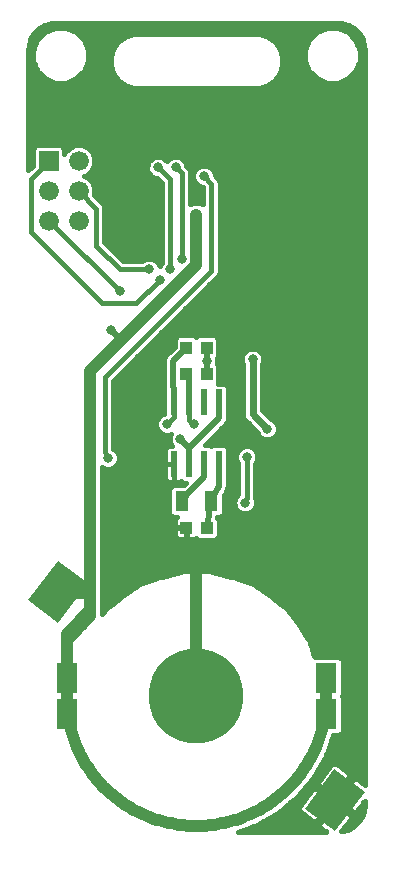
<source format=gbl>
G75*
%MOIN*%
%OFA0B0*%
%FSLAX25Y25*%
%IPPOS*%
%LPD*%
%AMOC8*
5,1,8,0,0,1.08239X$1,22.5*
%
%ADD10R,0.07000X0.10000*%
%ADD11C,0.31496*%
%ADD12R,0.06600X0.06600*%
%ADD13C,0.06600*%
%ADD14R,0.12598X0.16535*%
%ADD15R,0.04331X0.06693*%
%ADD16R,0.04331X0.03937*%
%ADD17R,0.03937X0.04331*%
%ADD18R,0.02362X0.08661*%
%ADD19C,0.01600*%
%ADD20C,0.03169*%
%ADD21C,0.04000*%
%ADD22C,0.02400*%
%ADD23C,0.02000*%
%ADD24C,0.03562*%
%ADD25C,0.03200*%
D10*
X0036122Y0069492D03*
X0036122Y0081697D03*
X0122737Y0081697D03*
X0122737Y0069492D03*
D11*
X0079430Y0075594D03*
D12*
X0030138Y0253902D03*
D13*
X0030138Y0243902D03*
X0030138Y0233902D03*
X0040138Y0233902D03*
X0040138Y0243902D03*
X0040138Y0253902D03*
D14*
G36*
X0033422Y0099912D02*
X0023362Y0107494D01*
X0033312Y0120698D01*
X0043372Y0113116D01*
X0033422Y0099912D01*
G37*
G36*
X0125548Y0030491D02*
X0115488Y0038073D01*
X0125438Y0051277D01*
X0135498Y0043695D01*
X0125548Y0030491D01*
G37*
D15*
X0084351Y0140555D03*
X0074508Y0140555D03*
D16*
X0076083Y0131697D03*
X0082776Y0131697D03*
D17*
X0082776Y0182878D03*
X0082776Y0191736D03*
X0076083Y0191736D03*
X0076083Y0182878D03*
D18*
X0076930Y0173429D03*
X0081930Y0173429D03*
X0086930Y0173429D03*
X0086930Y0152957D03*
X0081930Y0152957D03*
X0076930Y0152957D03*
X0071930Y0152957D03*
X0071930Y0173429D03*
D19*
X0072048Y0168606D01*
X0069587Y0166146D01*
X0070806Y0162792D02*
X0070451Y0161934D01*
X0070451Y0160515D01*
X0070994Y0159205D01*
X0071111Y0159087D01*
X0070511Y0159087D01*
X0070054Y0158965D01*
X0069643Y0158728D01*
X0069308Y0158393D01*
X0069071Y0157982D01*
X0068948Y0157524D01*
X0068948Y0152957D01*
X0071929Y0152957D01*
X0071929Y0152957D01*
X0068948Y0152957D01*
X0068948Y0148389D01*
X0069071Y0147931D01*
X0069308Y0147521D01*
X0069643Y0147186D01*
X0070054Y0146949D01*
X0070511Y0146826D01*
X0071929Y0146826D01*
X0071929Y0152957D01*
X0071930Y0152957D01*
X0071930Y0146826D01*
X0073348Y0146826D01*
X0073805Y0146949D01*
X0074216Y0147186D01*
X0074301Y0147271D01*
X0074928Y0146645D01*
X0075890Y0146645D01*
X0075182Y0145937D01*
X0075079Y0145883D01*
X0071522Y0145883D01*
X0070362Y0144722D01*
X0070362Y0136388D01*
X0071522Y0135228D01*
X0073024Y0135228D01*
X0072813Y0135106D01*
X0072477Y0134771D01*
X0072240Y0134360D01*
X0072118Y0133902D01*
X0072118Y0131881D01*
X0075899Y0131881D01*
X0075899Y0131513D01*
X0072118Y0131513D01*
X0072118Y0129491D01*
X0072240Y0129034D01*
X0072477Y0128623D01*
X0072813Y0128288D01*
X0073223Y0128051D01*
X0073681Y0127928D01*
X0075899Y0127928D01*
X0075899Y0131513D01*
X0076267Y0131513D01*
X0076267Y0127928D01*
X0078485Y0127928D01*
X0078943Y0128051D01*
X0079288Y0128250D01*
X0079790Y0127747D01*
X0085762Y0127747D01*
X0086922Y0128908D01*
X0086922Y0134486D01*
X0086394Y0135015D01*
X0086432Y0135228D01*
X0087337Y0135228D01*
X0088497Y0136388D01*
X0088497Y0142182D01*
X0089261Y0143710D01*
X0089339Y0143788D01*
X0089525Y0144238D01*
X0089743Y0144674D01*
X0089751Y0144783D01*
X0089793Y0144883D01*
X0089793Y0145371D01*
X0089827Y0145857D01*
X0089793Y0145960D01*
X0089793Y0147506D01*
X0090092Y0147805D01*
X0090092Y0158108D01*
X0088931Y0159268D01*
X0084928Y0159268D01*
X0084430Y0158770D01*
X0083931Y0159268D01*
X0082182Y0159268D01*
X0088896Y0165983D01*
X0089301Y0166370D01*
X0089314Y0166401D01*
X0089339Y0166426D01*
X0089553Y0166943D01*
X0089779Y0167455D01*
X0089779Y0167489D01*
X0089793Y0167521D01*
X0089793Y0167979D01*
X0090092Y0168278D01*
X0090092Y0178580D01*
X0088931Y0179741D01*
X0086575Y0179741D01*
X0086726Y0179892D01*
X0086726Y0185864D01*
X0086309Y0186281D01*
X0086440Y0186598D01*
X0086440Y0188016D01*
X0086309Y0188333D01*
X0086726Y0188750D01*
X0086726Y0194722D01*
X0085565Y0195883D01*
X0079987Y0195883D01*
X0079430Y0195325D01*
X0078872Y0195883D01*
X0073294Y0195883D01*
X0072133Y0194722D01*
X0072133Y0192043D01*
X0069883Y0189841D01*
X0069867Y0189834D01*
X0069459Y0189426D01*
X0069047Y0189023D01*
X0069040Y0189008D01*
X0069028Y0188996D01*
X0068808Y0188463D01*
X0068581Y0187933D01*
X0068581Y0187916D01*
X0068574Y0187900D01*
X0068574Y0187324D01*
X0068568Y0186747D01*
X0068574Y0186731D01*
X0068574Y0179425D01*
X0068540Y0179321D01*
X0068574Y0178835D01*
X0068574Y0178348D01*
X0068616Y0178247D01*
X0068624Y0178138D01*
X0068767Y0177851D01*
X0068767Y0169665D01*
X0067567Y0169168D01*
X0066564Y0168165D01*
X0066022Y0166855D01*
X0066022Y0165436D01*
X0066564Y0164126D01*
X0067567Y0163123D01*
X0068878Y0162580D01*
X0070296Y0162580D01*
X0070806Y0162792D01*
X0070451Y0161641D02*
X0051699Y0161641D01*
X0051699Y0160043D02*
X0070647Y0160043D01*
X0069360Y0158444D02*
X0051699Y0158444D01*
X0051699Y0157942D02*
X0051699Y0180742D01*
X0085926Y0214969D01*
X0085926Y0214969D01*
X0086708Y0215751D01*
X0087132Y0216774D01*
X0087132Y0246915D01*
X0086708Y0247938D01*
X0085926Y0248720D01*
X0085456Y0249191D01*
X0085456Y0249532D01*
X0084913Y0250842D01*
X0083910Y0251845D01*
X0082599Y0252388D01*
X0081181Y0252388D01*
X0079871Y0251845D01*
X0078868Y0250842D01*
X0078325Y0249532D01*
X0078325Y0248114D01*
X0078868Y0246803D01*
X0079871Y0245800D01*
X0081181Y0245257D01*
X0081522Y0245257D01*
X0081570Y0245210D01*
X0081570Y0239450D01*
X0080221Y0240009D01*
X0078638Y0240009D01*
X0077289Y0239450D01*
X0077289Y0250360D01*
X0076866Y0251382D01*
X0076105Y0252143D01*
X0076105Y0252485D01*
X0075562Y0253795D01*
X0074559Y0254798D01*
X0073249Y0255341D01*
X0071831Y0255341D01*
X0070520Y0254798D01*
X0069587Y0253865D01*
X0068654Y0254798D01*
X0067343Y0255341D01*
X0065925Y0255341D01*
X0064615Y0254798D01*
X0063612Y0253795D01*
X0063069Y0252485D01*
X0063069Y0251066D01*
X0063612Y0249756D01*
X0064615Y0248753D01*
X0065925Y0248210D01*
X0066267Y0248210D01*
X0067790Y0246687D01*
X0067790Y0220080D01*
X0067549Y0219838D01*
X0067126Y0218819D01*
X0066704Y0219838D01*
X0065701Y0220841D01*
X0064391Y0221384D01*
X0062972Y0221384D01*
X0061662Y0220841D01*
X0061420Y0220600D01*
X0054991Y0220600D01*
X0048746Y0226845D01*
X0048746Y0237987D01*
X0048750Y0238531D01*
X0048746Y0238540D01*
X0048746Y0238549D01*
X0048538Y0239052D01*
X0048333Y0239556D01*
X0048326Y0239562D01*
X0048323Y0239571D01*
X0047938Y0239956D01*
X0045319Y0242610D01*
X0045419Y0242851D01*
X0045419Y0244952D01*
X0044615Y0246893D01*
X0043130Y0248379D01*
X0041867Y0248902D01*
X0043130Y0249424D01*
X0044615Y0250910D01*
X0045419Y0252851D01*
X0045419Y0254952D01*
X0044615Y0256893D01*
X0043130Y0258379D01*
X0041189Y0259183D01*
X0039088Y0259183D01*
X0037147Y0258379D01*
X0035661Y0256893D01*
X0035419Y0256309D01*
X0035419Y0258022D01*
X0034259Y0259183D01*
X0026018Y0259183D01*
X0024857Y0258022D01*
X0024857Y0252420D01*
X0023371Y0250874D01*
X0023371Y0291146D01*
X0023447Y0292296D01*
X0024042Y0294519D01*
X0025193Y0296511D01*
X0026820Y0298138D01*
X0028812Y0299289D01*
X0031035Y0299884D01*
X0032185Y0299960D01*
X0126674Y0299960D01*
X0127824Y0299884D01*
X0130047Y0299289D01*
X0132039Y0298138D01*
X0133666Y0296511D01*
X0134817Y0294519D01*
X0135412Y0292296D01*
X0135488Y0291146D01*
X0135488Y0045958D01*
X0132190Y0048442D01*
X0126613Y0041041D01*
X0125335Y0042004D01*
X0124372Y0040726D01*
X0118543Y0045119D01*
X0113906Y0038966D01*
X0113728Y0038526D01*
X0113671Y0038056D01*
X0113737Y0037586D01*
X0113922Y0037150D01*
X0114214Y0036777D01*
X0118795Y0033324D01*
X0124372Y0040726D01*
X0125650Y0039763D01*
X0120073Y0032362D01*
X0122725Y0030363D01*
X0093418Y0030363D01*
X0099491Y0032573D01*
X0106657Y0036710D01*
X0106657Y0036710D01*
X0112995Y0042029D01*
X0112995Y0042029D01*
X0118314Y0048367D01*
X0122451Y0055533D01*
X0124991Y0062511D01*
X0127057Y0062511D01*
X0128218Y0063672D01*
X0128218Y0075313D01*
X0127936Y0075594D01*
X0128218Y0075876D01*
X0128218Y0087517D01*
X0127057Y0088678D01*
X0118813Y0088678D01*
X0118771Y0088843D01*
X0118687Y0088894D01*
X0117167Y0093454D01*
X0117232Y0093780D01*
X0116885Y0094300D01*
X0116687Y0094893D01*
X0116390Y0095042D01*
X0113225Y0099789D01*
X0113238Y0099914D01*
X0112721Y0100545D01*
X0112269Y0101223D01*
X0112147Y0101248D01*
X0109535Y0104439D01*
X0109510Y0104689D01*
X0108968Y0105133D01*
X0108524Y0105675D01*
X0108274Y0105700D01*
X0105083Y0108311D01*
X0105058Y0108434D01*
X0104380Y0108886D01*
X0103749Y0109403D01*
X0103624Y0109390D01*
X0098877Y0112555D01*
X0098728Y0112852D01*
X0098135Y0113050D01*
X0097615Y0113397D01*
X0097290Y0113332D01*
X0092729Y0114852D01*
X0092678Y0114936D01*
X0091865Y0115140D01*
X0091069Y0115405D01*
X0090981Y0115361D01*
X0084507Y0116979D01*
X0084291Y0117196D01*
X0083641Y0117196D01*
X0083011Y0117353D01*
X0082749Y0117196D01*
X0076111Y0117196D01*
X0075848Y0117353D01*
X0075218Y0117196D01*
X0074568Y0117196D01*
X0074352Y0116979D01*
X0067878Y0115361D01*
X0067790Y0115405D01*
X0066994Y0115140D01*
X0066181Y0114936D01*
X0066130Y0114852D01*
X0061570Y0113332D01*
X0061244Y0113397D01*
X0060724Y0113050D01*
X0060131Y0112852D01*
X0059982Y0112555D01*
X0055235Y0109390D01*
X0055110Y0109403D01*
X0054479Y0108886D01*
X0053801Y0108434D01*
X0053776Y0108311D01*
X0050585Y0105700D01*
X0050335Y0105675D01*
X0049891Y0105133D01*
X0049349Y0104689D01*
X0049324Y0104439D01*
X0048004Y0102826D01*
X0047978Y0103270D01*
X0047978Y0109994D01*
X0047996Y0110737D01*
X0047978Y0110784D01*
X0047978Y0151765D01*
X0049193Y0151261D01*
X0050611Y0151261D01*
X0051922Y0151804D01*
X0052925Y0152807D01*
X0053467Y0154118D01*
X0053467Y0155536D01*
X0052925Y0156846D01*
X0068948Y0156846D01*
X0068948Y0155247D02*
X0053467Y0155247D01*
X0053273Y0153649D02*
X0068948Y0153649D01*
X0068948Y0152050D02*
X0052167Y0152050D01*
X0049902Y0154827D02*
X0048918Y0156795D01*
X0048918Y0181894D01*
X0084351Y0217327D01*
X0084351Y0246362D01*
X0081890Y0248823D01*
X0081570Y0244764D02*
X0077289Y0244764D01*
X0077289Y0246362D02*
X0079309Y0246362D01*
X0078388Y0247961D02*
X0077289Y0247961D01*
X0077289Y0249559D02*
X0078336Y0249559D01*
X0079183Y0251158D02*
X0076959Y0251158D01*
X0075993Y0252756D02*
X0135488Y0252756D01*
X0135488Y0251158D02*
X0084597Y0251158D01*
X0085444Y0249559D02*
X0135488Y0249559D01*
X0135488Y0247961D02*
X0086685Y0247961D01*
X0087132Y0246362D02*
X0135488Y0246362D01*
X0135488Y0244764D02*
X0087132Y0244764D01*
X0087132Y0243165D02*
X0135488Y0243165D01*
X0135488Y0241567D02*
X0087132Y0241567D01*
X0087132Y0239968D02*
X0135488Y0239968D01*
X0135488Y0238370D02*
X0087132Y0238370D01*
X0087132Y0236771D02*
X0135488Y0236771D01*
X0135488Y0235173D02*
X0087132Y0235173D01*
X0087132Y0233574D02*
X0135488Y0233574D01*
X0135488Y0231976D02*
X0087132Y0231976D01*
X0087132Y0230377D02*
X0135488Y0230377D01*
X0135488Y0228779D02*
X0087132Y0228779D01*
X0087132Y0227180D02*
X0135488Y0227180D01*
X0135488Y0225582D02*
X0087132Y0225582D01*
X0087132Y0223983D02*
X0135488Y0223983D01*
X0135488Y0222385D02*
X0087132Y0222385D01*
X0087132Y0220786D02*
X0135488Y0220786D01*
X0135488Y0219187D02*
X0087132Y0219187D01*
X0087132Y0217589D02*
X0135488Y0217589D01*
X0135488Y0215990D02*
X0086808Y0215990D01*
X0085349Y0214392D02*
X0135488Y0214392D01*
X0135488Y0212793D02*
X0083751Y0212793D01*
X0082152Y0211195D02*
X0135488Y0211195D01*
X0135488Y0209596D02*
X0080554Y0209596D01*
X0078955Y0207998D02*
X0135488Y0207998D01*
X0135488Y0206399D02*
X0077356Y0206399D01*
X0075758Y0204801D02*
X0135488Y0204801D01*
X0135488Y0203202D02*
X0074159Y0203202D01*
X0072561Y0201604D02*
X0135488Y0201604D01*
X0135488Y0200005D02*
X0070962Y0200005D01*
X0069364Y0198407D02*
X0135488Y0198407D01*
X0135488Y0196808D02*
X0067765Y0196808D01*
X0066167Y0195210D02*
X0072621Y0195210D01*
X0072133Y0193611D02*
X0064568Y0193611D01*
X0062970Y0192013D02*
X0072103Y0192013D01*
X0070469Y0190414D02*
X0061371Y0190414D01*
X0059773Y0188816D02*
X0068954Y0188816D01*
X0068573Y0187217D02*
X0058174Y0187217D01*
X0056576Y0185619D02*
X0068574Y0185619D01*
X0068574Y0184020D02*
X0054977Y0184020D01*
X0053379Y0182422D02*
X0068574Y0182422D01*
X0068574Y0180823D02*
X0051780Y0180823D01*
X0051699Y0179225D02*
X0068547Y0179225D01*
X0068767Y0177626D02*
X0051699Y0177626D01*
X0051699Y0176028D02*
X0068767Y0176028D01*
X0068767Y0174429D02*
X0051699Y0174429D01*
X0051699Y0172831D02*
X0068767Y0172831D01*
X0068767Y0171232D02*
X0051699Y0171232D01*
X0051699Y0169634D02*
X0068691Y0169634D01*
X0066511Y0168035D02*
X0051699Y0168035D01*
X0051699Y0166437D02*
X0066022Y0166437D01*
X0066270Y0164838D02*
X0051699Y0164838D01*
X0051699Y0163240D02*
X0067451Y0163240D01*
X0071930Y0173429D02*
X0072048Y0177957D01*
X0076969Y0177465D02*
X0076930Y0173429D01*
X0076969Y0167622D01*
X0078445Y0166146D01*
X0082956Y0160043D02*
X0135488Y0160043D01*
X0135488Y0161641D02*
X0105058Y0161641D01*
X0105071Y0161647D02*
X0106074Y0162650D01*
X0106617Y0163960D01*
X0106617Y0165378D01*
X0106074Y0166689D01*
X0105071Y0167692D01*
X0104144Y0168076D01*
X0101311Y0170908D01*
X0101311Y0186162D01*
X0101696Y0187090D01*
X0101696Y0188508D01*
X0101153Y0189819D01*
X0100150Y0190822D01*
X0098840Y0191365D01*
X0097421Y0191365D01*
X0096111Y0190822D01*
X0095108Y0189819D01*
X0094565Y0188508D01*
X0094565Y0187090D01*
X0094949Y0186162D01*
X0094949Y0168958D01*
X0095434Y0167789D01*
X0096328Y0166894D01*
X0099645Y0163577D01*
X0100029Y0162650D01*
X0101032Y0161647D01*
X0102342Y0161104D01*
X0103761Y0161104D01*
X0105071Y0161647D01*
X0106318Y0163240D02*
X0135488Y0163240D01*
X0135488Y0164838D02*
X0106617Y0164838D01*
X0106179Y0166437D02*
X0135488Y0166437D01*
X0135488Y0168035D02*
X0104242Y0168035D01*
X0102586Y0169634D02*
X0135488Y0169634D01*
X0135488Y0171232D02*
X0101311Y0171232D01*
X0101311Y0172831D02*
X0135488Y0172831D01*
X0135488Y0174429D02*
X0101311Y0174429D01*
X0101311Y0176028D02*
X0135488Y0176028D01*
X0135488Y0177626D02*
X0101311Y0177626D01*
X0101311Y0179225D02*
X0135488Y0179225D01*
X0135488Y0180823D02*
X0101311Y0180823D01*
X0101311Y0182422D02*
X0135488Y0182422D01*
X0135488Y0184020D02*
X0101311Y0184020D01*
X0101311Y0185619D02*
X0135488Y0185619D01*
X0135488Y0187217D02*
X0101696Y0187217D01*
X0101568Y0188816D02*
X0135488Y0188816D01*
X0135488Y0190414D02*
X0100557Y0190414D01*
X0095703Y0190414D02*
X0086726Y0190414D01*
X0086726Y0188816D02*
X0094692Y0188816D01*
X0094565Y0187217D02*
X0086440Y0187217D01*
X0086726Y0185619D02*
X0094949Y0185619D01*
X0094949Y0184020D02*
X0086726Y0184020D01*
X0086726Y0182422D02*
X0094949Y0182422D01*
X0094949Y0180823D02*
X0086726Y0180823D01*
X0089447Y0179225D02*
X0094949Y0179225D01*
X0094949Y0177626D02*
X0090092Y0177626D01*
X0090092Y0176028D02*
X0094949Y0176028D01*
X0094949Y0174429D02*
X0090092Y0174429D01*
X0090092Y0172831D02*
X0094949Y0172831D01*
X0094949Y0171232D02*
X0090092Y0171232D01*
X0090092Y0169634D02*
X0094949Y0169634D01*
X0095331Y0168035D02*
X0089849Y0168035D01*
X0089343Y0166437D02*
X0096785Y0166437D01*
X0098384Y0164838D02*
X0087751Y0164838D01*
X0086153Y0163240D02*
X0099785Y0163240D01*
X0101046Y0161641D02*
X0084554Y0161641D01*
X0089756Y0158444D02*
X0094390Y0158444D01*
X0094142Y0158341D02*
X0093139Y0157338D01*
X0092596Y0156028D01*
X0092596Y0154610D01*
X0093139Y0153299D01*
X0093381Y0153058D01*
X0093381Y0142816D01*
X0092647Y0142083D01*
X0092104Y0140772D01*
X0092104Y0139354D01*
X0092647Y0138043D01*
X0093650Y0137040D01*
X0094960Y0136498D01*
X0096379Y0136498D01*
X0097689Y0137040D01*
X0098692Y0138043D01*
X0099235Y0139354D01*
X0099235Y0140772D01*
X0098957Y0141444D01*
X0098943Y0141638D01*
X0098943Y0153058D01*
X0099184Y0153299D01*
X0099727Y0154610D01*
X0099727Y0156028D01*
X0099184Y0157338D01*
X0098181Y0158341D01*
X0096871Y0158884D01*
X0095453Y0158884D01*
X0094142Y0158341D01*
X0092935Y0156846D02*
X0090092Y0156846D01*
X0090092Y0155247D02*
X0092596Y0155247D01*
X0092995Y0153649D02*
X0090092Y0153649D01*
X0090092Y0152050D02*
X0093381Y0152050D01*
X0093381Y0150452D02*
X0090092Y0150452D01*
X0090092Y0148853D02*
X0093381Y0148853D01*
X0093381Y0147254D02*
X0089793Y0147254D01*
X0089813Y0145656D02*
X0093381Y0145656D01*
X0093381Y0144057D02*
X0089450Y0144057D01*
X0088636Y0142459D02*
X0093023Y0142459D01*
X0092141Y0140860D02*
X0088497Y0140860D01*
X0088497Y0139262D02*
X0092142Y0139262D01*
X0093027Y0137663D02*
X0088497Y0137663D01*
X0088174Y0136065D02*
X0135488Y0136065D01*
X0135488Y0137663D02*
X0098312Y0137663D01*
X0099197Y0139262D02*
X0135488Y0139262D01*
X0135488Y0140860D02*
X0099198Y0140860D01*
X0098943Y0142459D02*
X0135488Y0142459D01*
X0135488Y0144057D02*
X0098943Y0144057D01*
X0098943Y0145656D02*
X0135488Y0145656D01*
X0135488Y0147254D02*
X0098943Y0147254D01*
X0098943Y0148853D02*
X0135488Y0148853D01*
X0135488Y0150452D02*
X0098943Y0150452D01*
X0098943Y0152050D02*
X0135488Y0152050D01*
X0135488Y0153649D02*
X0099329Y0153649D01*
X0099727Y0155247D02*
X0135488Y0155247D01*
X0135488Y0156846D02*
X0099389Y0156846D01*
X0097934Y0158444D02*
X0135488Y0158444D01*
X0135488Y0134466D02*
X0086922Y0134466D01*
X0086922Y0132868D02*
X0135488Y0132868D01*
X0135488Y0131269D02*
X0086922Y0131269D01*
X0086922Y0129671D02*
X0135488Y0129671D01*
X0135488Y0128072D02*
X0086087Y0128072D01*
X0079465Y0128072D02*
X0078980Y0128072D01*
X0076267Y0128072D02*
X0075899Y0128072D01*
X0075899Y0129671D02*
X0076267Y0129671D01*
X0076267Y0131269D02*
X0075899Y0131269D01*
X0073186Y0128072D02*
X0047978Y0128072D01*
X0047978Y0126474D02*
X0135488Y0126474D01*
X0135488Y0124875D02*
X0047978Y0124875D01*
X0047978Y0123277D02*
X0135488Y0123277D01*
X0135488Y0121678D02*
X0047978Y0121678D01*
X0047978Y0120080D02*
X0135488Y0120080D01*
X0135488Y0118481D02*
X0047978Y0118481D01*
X0047978Y0116883D02*
X0073966Y0116883D01*
X0067428Y0115284D02*
X0047978Y0115284D01*
X0047978Y0113686D02*
X0062632Y0113686D01*
X0059280Y0112087D02*
X0047978Y0112087D01*
X0047990Y0110489D02*
X0056883Y0110489D01*
X0054484Y0108890D02*
X0047978Y0108890D01*
X0047978Y0107292D02*
X0052530Y0107292D01*
X0050514Y0105693D02*
X0047978Y0105693D01*
X0047978Y0104095D02*
X0049042Y0104095D01*
X0047978Y0129671D02*
X0072118Y0129671D01*
X0072118Y0131269D02*
X0047978Y0131269D01*
X0047978Y0132868D02*
X0072118Y0132868D01*
X0072302Y0134466D02*
X0047978Y0134466D01*
X0047978Y0136065D02*
X0070685Y0136065D01*
X0070362Y0137663D02*
X0047978Y0137663D01*
X0047978Y0139262D02*
X0070362Y0139262D01*
X0070362Y0140860D02*
X0047978Y0140860D01*
X0047978Y0142459D02*
X0070362Y0142459D01*
X0070362Y0144057D02*
X0047978Y0144057D01*
X0047978Y0145656D02*
X0071296Y0145656D01*
X0071929Y0147254D02*
X0071930Y0147254D01*
X0071929Y0148853D02*
X0071930Y0148853D01*
X0071929Y0150452D02*
X0071930Y0150452D01*
X0071929Y0152050D02*
X0071930Y0152050D01*
X0074285Y0147254D02*
X0074318Y0147254D01*
X0076930Y0152957D02*
X0076969Y0154335D01*
X0068948Y0150452D02*
X0047978Y0150452D01*
X0047978Y0148853D02*
X0068948Y0148853D01*
X0069574Y0147254D02*
X0047978Y0147254D01*
X0052925Y0156846D02*
X0051922Y0157849D01*
X0051699Y0157942D01*
X0047933Y0206500D02*
X0059252Y0206500D01*
X0067126Y0214374D01*
X0066974Y0219187D02*
X0067279Y0219187D01*
X0067790Y0220786D02*
X0065757Y0220786D01*
X0067790Y0222385D02*
X0053206Y0222385D01*
X0051608Y0223983D02*
X0067790Y0223983D01*
X0067790Y0225582D02*
X0050009Y0225582D01*
X0048746Y0227180D02*
X0067790Y0227180D01*
X0067790Y0228779D02*
X0048746Y0228779D01*
X0048746Y0230377D02*
X0067790Y0230377D01*
X0067790Y0231976D02*
X0048746Y0231976D01*
X0048746Y0233574D02*
X0067790Y0233574D01*
X0067790Y0235173D02*
X0048746Y0235173D01*
X0048746Y0236771D02*
X0067790Y0236771D01*
X0067790Y0238370D02*
X0048749Y0238370D01*
X0047926Y0239968D02*
X0067790Y0239968D01*
X0067790Y0241567D02*
X0046349Y0241567D01*
X0045419Y0243165D02*
X0067790Y0243165D01*
X0067790Y0244764D02*
X0045419Y0244764D01*
X0044835Y0246362D02*
X0067790Y0246362D01*
X0066516Y0247961D02*
X0043548Y0247961D01*
X0043264Y0249559D02*
X0063808Y0249559D01*
X0063069Y0251158D02*
X0044718Y0251158D01*
X0045380Y0252756D02*
X0063181Y0252756D01*
X0064171Y0254355D02*
X0045419Y0254355D01*
X0045005Y0255953D02*
X0135488Y0255953D01*
X0135488Y0254355D02*
X0075003Y0254355D01*
X0072540Y0251776D02*
X0074508Y0249807D01*
X0074508Y0221264D01*
X0070571Y0217819D02*
X0070571Y0247839D01*
X0066634Y0251776D01*
X0069097Y0254355D02*
X0070077Y0254355D01*
X0077289Y0243165D02*
X0081570Y0243165D01*
X0081570Y0241567D02*
X0077289Y0241567D01*
X0077289Y0239968D02*
X0078540Y0239968D01*
X0080319Y0239968D02*
X0081570Y0239968D01*
X0063682Y0217819D02*
X0053839Y0217819D01*
X0045965Y0225693D01*
X0045965Y0237996D01*
X0040138Y0243902D01*
X0036320Y0257552D02*
X0035419Y0257552D01*
X0034291Y0259150D02*
X0039010Y0259150D01*
X0041267Y0259150D02*
X0135488Y0259150D01*
X0135488Y0257552D02*
X0043957Y0257552D01*
X0035964Y0280078D02*
X0032344Y0280078D01*
X0029000Y0281463D01*
X0026440Y0284023D01*
X0025055Y0287367D01*
X0025055Y0290987D01*
X0026440Y0294331D01*
X0029000Y0296891D01*
X0032344Y0298276D01*
X0035964Y0298276D01*
X0039308Y0296891D01*
X0041868Y0294331D01*
X0043253Y0290987D01*
X0043253Y0287367D01*
X0041868Y0284023D01*
X0039308Y0281463D01*
X0035964Y0280078D01*
X0039374Y0281529D02*
X0052867Y0281529D01*
X0053371Y0280835D02*
X0053371Y0280835D01*
X0053371Y0280835D01*
X0055653Y0279178D01*
X0058334Y0278306D01*
X0100525Y0278306D01*
X0103207Y0279178D01*
X0105488Y0280835D01*
X0105488Y0280835D01*
X0105488Y0280835D01*
X0107146Y0283117D01*
X0108017Y0285799D01*
X0108017Y0288619D01*
X0107146Y0291301D01*
X0105488Y0293582D01*
X0105488Y0293582D01*
X0103207Y0295240D01*
X0103207Y0295240D01*
X0100525Y0296111D01*
X0058334Y0296111D01*
X0055653Y0295240D01*
X0055653Y0295240D01*
X0053371Y0293582D01*
X0051714Y0291301D01*
X0050842Y0288619D01*
X0050842Y0287805D01*
X0050842Y0285799D01*
X0051714Y0283117D01*
X0051714Y0283117D01*
X0053371Y0280835D01*
X0054616Y0279931D02*
X0023371Y0279931D01*
X0023371Y0281529D02*
X0028933Y0281529D01*
X0027335Y0283128D02*
X0023371Y0283128D01*
X0023371Y0284726D02*
X0026149Y0284726D01*
X0025486Y0286325D02*
X0023371Y0286325D01*
X0023371Y0287923D02*
X0025055Y0287923D01*
X0025055Y0289522D02*
X0023371Y0289522D01*
X0023371Y0291121D02*
X0025110Y0291121D01*
X0025772Y0292719D02*
X0023560Y0292719D01*
X0023988Y0294318D02*
X0026434Y0294318D01*
X0024849Y0295916D02*
X0028025Y0295916D01*
X0026196Y0297515D02*
X0030505Y0297515D01*
X0028508Y0299113D02*
X0130351Y0299113D01*
X0129859Y0296891D02*
X0126515Y0298276D01*
X0122895Y0298276D01*
X0119551Y0296891D01*
X0116991Y0294331D01*
X0115606Y0290987D01*
X0115606Y0287367D01*
X0116991Y0284023D01*
X0119551Y0281463D01*
X0122895Y0280078D01*
X0126515Y0280078D01*
X0129859Y0281463D01*
X0132419Y0284023D01*
X0133804Y0287367D01*
X0133804Y0290987D01*
X0132419Y0294331D01*
X0129859Y0296891D01*
X0130834Y0295916D02*
X0134010Y0295916D01*
X0134871Y0294318D02*
X0132425Y0294318D01*
X0133087Y0292719D02*
X0135299Y0292719D01*
X0135488Y0291121D02*
X0133749Y0291121D01*
X0133804Y0289522D02*
X0135488Y0289522D01*
X0135488Y0287923D02*
X0133804Y0287923D01*
X0133373Y0286325D02*
X0135488Y0286325D01*
X0135488Y0284726D02*
X0132710Y0284726D01*
X0131524Y0283128D02*
X0135488Y0283128D01*
X0135488Y0281529D02*
X0129926Y0281529D01*
X0135488Y0279931D02*
X0104243Y0279931D01*
X0103207Y0279178D02*
X0103207Y0279178D01*
X0100605Y0278332D02*
X0135488Y0278332D01*
X0135488Y0276734D02*
X0023371Y0276734D01*
X0023371Y0278332D02*
X0058254Y0278332D01*
X0055653Y0279178D02*
X0055653Y0279178D01*
X0051710Y0283128D02*
X0040973Y0283128D01*
X0042159Y0284726D02*
X0051191Y0284726D01*
X0050842Y0286325D02*
X0042821Y0286325D01*
X0043253Y0287923D02*
X0050842Y0287923D01*
X0051136Y0289522D02*
X0043253Y0289522D01*
X0043198Y0291121D02*
X0051655Y0291121D01*
X0052744Y0292719D02*
X0042536Y0292719D01*
X0041874Y0294318D02*
X0054383Y0294318D01*
X0053371Y0293582D02*
X0053371Y0293582D01*
X0053371Y0293582D01*
X0057734Y0295916D02*
X0040283Y0295916D01*
X0037803Y0297515D02*
X0121056Y0297515D01*
X0118576Y0295916D02*
X0101125Y0295916D01*
X0104476Y0294318D02*
X0116985Y0294318D01*
X0116323Y0292719D02*
X0106115Y0292719D01*
X0105488Y0293582D02*
X0105488Y0293582D01*
X0107146Y0291301D02*
X0107146Y0291301D01*
X0107204Y0291121D02*
X0115661Y0291121D01*
X0115606Y0289522D02*
X0107723Y0289522D01*
X0108017Y0287923D02*
X0115606Y0287923D01*
X0116038Y0286325D02*
X0108017Y0286325D01*
X0107669Y0284726D02*
X0116700Y0284726D01*
X0117886Y0283128D02*
X0107149Y0283128D01*
X0107146Y0283117D02*
X0107146Y0283117D01*
X0105992Y0281529D02*
X0119485Y0281529D01*
X0128354Y0297515D02*
X0132663Y0297515D01*
X0135488Y0275135D02*
X0023371Y0275135D01*
X0023371Y0273537D02*
X0135488Y0273537D01*
X0135488Y0271938D02*
X0023371Y0271938D01*
X0023371Y0270340D02*
X0135488Y0270340D01*
X0135488Y0268741D02*
X0023371Y0268741D01*
X0023371Y0267143D02*
X0135488Y0267143D01*
X0135488Y0265544D02*
X0023371Y0265544D01*
X0023371Y0263946D02*
X0135488Y0263946D01*
X0135488Y0262347D02*
X0023371Y0262347D01*
X0023371Y0260749D02*
X0135488Y0260749D01*
X0135488Y0195210D02*
X0086238Y0195210D01*
X0086726Y0193611D02*
X0135488Y0193611D01*
X0135488Y0192013D02*
X0086726Y0192013D01*
X0096162Y0155319D02*
X0096162Y0141539D01*
X0095670Y0140063D01*
X0084893Y0116883D02*
X0135488Y0116883D01*
X0135488Y0115284D02*
X0091431Y0115284D01*
X0096227Y0113686D02*
X0135488Y0113686D01*
X0135488Y0112087D02*
X0099579Y0112087D01*
X0101976Y0110489D02*
X0135488Y0110489D01*
X0135488Y0108890D02*
X0104375Y0108890D01*
X0106329Y0107292D02*
X0135488Y0107292D01*
X0135488Y0105693D02*
X0108345Y0105693D01*
X0109817Y0104095D02*
X0135488Y0104095D01*
X0135488Y0102496D02*
X0111125Y0102496D01*
X0112486Y0100898D02*
X0135488Y0100898D01*
X0135488Y0099299D02*
X0113552Y0099299D01*
X0114618Y0097701D02*
X0135488Y0097701D01*
X0135488Y0096102D02*
X0115683Y0096102D01*
X0116817Y0094504D02*
X0135488Y0094504D01*
X0135488Y0092905D02*
X0117350Y0092905D01*
X0117883Y0091307D02*
X0135488Y0091307D01*
X0135488Y0089708D02*
X0118415Y0089708D01*
X0127626Y0088110D02*
X0135488Y0088110D01*
X0135488Y0086511D02*
X0128218Y0086511D01*
X0128218Y0084913D02*
X0135488Y0084913D01*
X0135488Y0083314D02*
X0128218Y0083314D01*
X0128218Y0081716D02*
X0135488Y0081716D01*
X0135488Y0080117D02*
X0128218Y0080117D01*
X0128218Y0078519D02*
X0135488Y0078519D01*
X0135488Y0076920D02*
X0128218Y0076920D01*
X0128209Y0075321D02*
X0135488Y0075321D01*
X0135488Y0073723D02*
X0128218Y0073723D01*
X0128218Y0072124D02*
X0135488Y0072124D01*
X0135488Y0070526D02*
X0128218Y0070526D01*
X0128218Y0068927D02*
X0135488Y0068927D01*
X0135488Y0067329D02*
X0128218Y0067329D01*
X0128218Y0065730D02*
X0135488Y0065730D01*
X0135488Y0064132D02*
X0128218Y0064132D01*
X0127080Y0062533D02*
X0135488Y0062533D01*
X0135488Y0060935D02*
X0124417Y0060935D01*
X0123835Y0059336D02*
X0135488Y0059336D01*
X0135488Y0057738D02*
X0123253Y0057738D01*
X0122671Y0056139D02*
X0135488Y0056139D01*
X0135488Y0054541D02*
X0121878Y0054541D01*
X0120955Y0052942D02*
X0124753Y0052942D01*
X0124952Y0053027D02*
X0124516Y0052842D01*
X0124143Y0052550D01*
X0119506Y0046397D01*
X0125335Y0042004D01*
X0130913Y0049405D01*
X0126331Y0052857D01*
X0125892Y0053035D01*
X0125422Y0053093D01*
X0124952Y0053027D01*
X0126122Y0052942D02*
X0135488Y0052942D01*
X0135488Y0051344D02*
X0128340Y0051344D01*
X0129964Y0048147D02*
X0131968Y0048147D01*
X0132583Y0048147D02*
X0135488Y0048147D01*
X0135488Y0049745D02*
X0130461Y0049745D01*
X0130763Y0046548D02*
X0128760Y0046548D01*
X0129558Y0044950D02*
X0127555Y0044950D01*
X0128354Y0043351D02*
X0126350Y0043351D01*
X0125668Y0041753D02*
X0127149Y0041753D01*
X0126613Y0041041D02*
X0132442Y0036648D01*
X0135488Y0040690D01*
X0135488Y0039177D01*
X0135412Y0038027D01*
X0134817Y0035804D01*
X0133666Y0033811D01*
X0132039Y0032184D01*
X0130047Y0031034D01*
X0127824Y0030438D01*
X0127760Y0030434D01*
X0131479Y0035370D01*
X0125650Y0039763D01*
X0126613Y0041041D01*
X0125945Y0040154D02*
X0127790Y0040154D01*
X0127252Y0038556D02*
X0129911Y0038556D01*
X0129374Y0036957D02*
X0132032Y0036957D01*
X0132675Y0036957D02*
X0135126Y0036957D01*
X0135447Y0038556D02*
X0133880Y0038556D01*
X0135084Y0040154D02*
X0135488Y0040154D01*
X0134560Y0035359D02*
X0131471Y0035359D01*
X0130266Y0033760D02*
X0133615Y0033760D01*
X0132000Y0032162D02*
X0129062Y0032162D01*
X0128290Y0030563D02*
X0127857Y0030563D01*
X0124740Y0038556D02*
X0122737Y0038556D01*
X0123536Y0036957D02*
X0121532Y0036957D01*
X0122331Y0035359D02*
X0120328Y0035359D01*
X0121126Y0033760D02*
X0119123Y0033760D01*
X0118217Y0033760D02*
X0101547Y0033760D01*
X0099491Y0032573D02*
X0099491Y0032573D01*
X0098360Y0032162D02*
X0120338Y0032162D01*
X0122459Y0030563D02*
X0093968Y0030563D01*
X0104315Y0035359D02*
X0116095Y0035359D01*
X0114073Y0036957D02*
X0106951Y0036957D01*
X0108856Y0038556D02*
X0113740Y0038556D01*
X0114802Y0040154D02*
X0110761Y0040154D01*
X0112666Y0041753D02*
X0116006Y0041753D01*
X0117211Y0043351D02*
X0114105Y0043351D01*
X0115446Y0044950D02*
X0118415Y0044950D01*
X0118767Y0044950D02*
X0121426Y0044950D01*
X0120888Y0043351D02*
X0123547Y0043351D01*
X0123010Y0041753D02*
X0125146Y0041753D01*
X0125131Y0040154D02*
X0123941Y0040154D01*
X0120825Y0048147D02*
X0118129Y0048147D01*
X0118314Y0048367D02*
X0118314Y0048367D01*
X0119109Y0049745D02*
X0122029Y0049745D01*
X0123234Y0051344D02*
X0120032Y0051344D01*
X0119620Y0046548D02*
X0116787Y0046548D01*
X0134704Y0046548D02*
X0135488Y0046548D01*
X0053839Y0210437D02*
X0031693Y0232583D01*
X0030138Y0233902D01*
X0024311Y0230122D02*
X0047933Y0206500D01*
X0054805Y0220786D02*
X0061606Y0220786D01*
X0030138Y0253902D02*
X0024311Y0247839D01*
X0024311Y0230122D01*
X0023644Y0251158D02*
X0023371Y0251158D01*
X0023371Y0252756D02*
X0024857Y0252756D01*
X0024857Y0254355D02*
X0023371Y0254355D01*
X0023371Y0255953D02*
X0024857Y0255953D01*
X0024857Y0257552D02*
X0023371Y0257552D01*
X0023371Y0259150D02*
X0025985Y0259150D01*
D20*
X0030709Y0270476D03*
X0050394Y0238980D03*
X0050394Y0234059D03*
X0053839Y0210437D03*
X0050886Y0197642D03*
X0057284Y0183370D03*
X0060729Y0179925D03*
X0069587Y0166146D03*
X0074016Y0161224D03*
X0078445Y0166146D03*
X0082874Y0187307D03*
X0091241Y0199610D03*
X0088288Y0202563D03*
X0097146Y0215358D03*
X0100099Y0209453D03*
X0098130Y0187799D03*
X0103052Y0164669D03*
X0097146Y0162209D03*
X0096162Y0155319D03*
X0095670Y0140063D03*
X0094193Y0135142D03*
X0090748Y0138587D03*
X0096162Y0129728D03*
X0083605Y0119886D03*
X0079430Y0119886D03*
X0075254Y0119886D03*
X0065158Y0144492D03*
X0065158Y0149413D03*
X0049902Y0149413D03*
X0049902Y0154827D03*
X0049902Y0144492D03*
X0048918Y0129728D03*
X0043012Y0102169D03*
X0040059Y0099217D03*
X0037107Y0096264D03*
X0067126Y0214374D03*
X0063682Y0217819D03*
X0070571Y0217819D03*
X0074508Y0221264D03*
X0081890Y0248823D03*
X0079430Y0257189D03*
X0072540Y0251776D03*
X0066634Y0251776D03*
X0103052Y0239965D03*
X0112894Y0239965D03*
X0123229Y0227661D03*
X0115847Y0198626D03*
X0123721Y0195673D03*
X0123721Y0190752D03*
X0123721Y0174512D03*
X0118800Y0157287D03*
X0116831Y0119886D03*
X0132579Y0054925D03*
X0132579Y0050004D03*
D21*
X0122737Y0069492D02*
X0122737Y0075594D01*
X0122737Y0081697D01*
X0122737Y0075594D02*
X0122724Y0074548D01*
X0122686Y0073502D01*
X0122623Y0072457D01*
X0122535Y0071414D01*
X0122421Y0070374D01*
X0122283Y0069337D01*
X0122119Y0068303D01*
X0121930Y0067274D01*
X0121717Y0066249D01*
X0121479Y0065230D01*
X0121216Y0064217D01*
X0120929Y0063211D01*
X0120617Y0062211D01*
X0120282Y0061220D01*
X0119923Y0060237D01*
X0119540Y0059263D01*
X0119134Y0058299D01*
X0118704Y0057344D01*
X0118252Y0056401D01*
X0117776Y0055468D01*
X0117279Y0054548D01*
X0116759Y0053639D01*
X0116218Y0052743D01*
X0115655Y0051861D01*
X0115071Y0050993D01*
X0114466Y0050139D01*
X0113841Y0049300D01*
X0113195Y0048476D01*
X0112530Y0047668D01*
X0111846Y0046876D01*
X0111142Y0046101D01*
X0110420Y0045344D01*
X0109680Y0044604D01*
X0108923Y0043882D01*
X0108148Y0043178D01*
X0107356Y0042494D01*
X0106548Y0041829D01*
X0105724Y0041183D01*
X0104885Y0040558D01*
X0104031Y0039953D01*
X0103163Y0039369D01*
X0102281Y0038806D01*
X0101385Y0038265D01*
X0100476Y0037745D01*
X0099556Y0037248D01*
X0098623Y0036772D01*
X0097680Y0036320D01*
X0096725Y0035890D01*
X0095761Y0035484D01*
X0094787Y0035101D01*
X0093804Y0034742D01*
X0092813Y0034407D01*
X0091813Y0034095D01*
X0090807Y0033808D01*
X0089794Y0033545D01*
X0088775Y0033307D01*
X0087750Y0033094D01*
X0086721Y0032905D01*
X0085687Y0032741D01*
X0084650Y0032603D01*
X0083610Y0032489D01*
X0082567Y0032401D01*
X0081522Y0032338D01*
X0080476Y0032300D01*
X0079430Y0032287D01*
X0078384Y0032300D01*
X0077338Y0032338D01*
X0076293Y0032401D01*
X0075250Y0032489D01*
X0074210Y0032603D01*
X0073173Y0032741D01*
X0072139Y0032905D01*
X0071110Y0033094D01*
X0070085Y0033307D01*
X0069066Y0033545D01*
X0068053Y0033808D01*
X0067047Y0034095D01*
X0066047Y0034407D01*
X0065056Y0034742D01*
X0064073Y0035101D01*
X0063099Y0035484D01*
X0062135Y0035890D01*
X0061180Y0036320D01*
X0060237Y0036772D01*
X0059304Y0037248D01*
X0058384Y0037745D01*
X0057475Y0038265D01*
X0056579Y0038806D01*
X0055697Y0039369D01*
X0054829Y0039953D01*
X0053975Y0040558D01*
X0053136Y0041183D01*
X0052312Y0041829D01*
X0051504Y0042494D01*
X0050712Y0043178D01*
X0049937Y0043882D01*
X0049180Y0044604D01*
X0048440Y0045344D01*
X0047718Y0046101D01*
X0047014Y0046876D01*
X0046330Y0047668D01*
X0045665Y0048476D01*
X0045019Y0049300D01*
X0044394Y0050139D01*
X0043789Y0050993D01*
X0043205Y0051861D01*
X0042642Y0052743D01*
X0042101Y0053639D01*
X0041581Y0054548D01*
X0041084Y0055468D01*
X0040608Y0056401D01*
X0040156Y0057344D01*
X0039726Y0058299D01*
X0039320Y0059263D01*
X0038937Y0060237D01*
X0038578Y0061220D01*
X0038243Y0062211D01*
X0037931Y0063211D01*
X0037644Y0064217D01*
X0037381Y0065230D01*
X0037143Y0066249D01*
X0036930Y0067274D01*
X0036741Y0068303D01*
X0036577Y0069337D01*
X0036439Y0070374D01*
X0036325Y0071414D01*
X0036237Y0072457D01*
X0036174Y0073502D01*
X0036136Y0074548D01*
X0036123Y0075594D01*
X0036122Y0075594D02*
X0036122Y0069492D01*
X0036122Y0075594D02*
X0036122Y0081697D01*
X0036122Y0094295D01*
X0036122Y0096264D01*
X0043996Y0104138D01*
X0043996Y0102169D01*
X0036122Y0094295D01*
X0043996Y0103154D01*
X0043996Y0110043D01*
X0033366Y0110305D01*
X0033367Y0110305D01*
X0043013Y0110068D01*
X0043996Y0110043D02*
X0042028Y0110043D01*
X0043996Y0110043D02*
X0043996Y0183862D01*
X0054331Y0194197D01*
X0079430Y0219295D01*
X0079430Y0236028D01*
X0079430Y0119886D02*
X0079430Y0075594D01*
X0043996Y0103338D02*
X0043197Y0103338D01*
X0041167Y0099339D02*
X0039198Y0099339D01*
X0037168Y0095341D02*
X0036122Y0095341D01*
D22*
X0103052Y0164669D02*
X0098130Y0169591D01*
X0098130Y0187799D01*
D23*
X0086930Y0173429D02*
X0086811Y0168114D01*
X0076969Y0158272D01*
X0074016Y0161224D01*
X0076969Y0158272D02*
X0076969Y0154335D01*
X0081930Y0152957D02*
X0081890Y0148429D01*
X0076969Y0143508D01*
X0074508Y0140555D01*
X0084351Y0140555D02*
X0082776Y0131697D01*
X0084351Y0140555D02*
X0086811Y0145476D01*
X0086811Y0148921D01*
X0086930Y0152957D01*
X0076969Y0177465D02*
X0076969Y0180909D01*
X0076083Y0182878D01*
X0071556Y0178941D02*
X0071556Y0187307D01*
X0076083Y0191736D01*
X0071556Y0178941D02*
X0072048Y0177957D01*
X0082776Y0182878D02*
X0082874Y0187307D01*
X0082776Y0191736D01*
X0054331Y0194197D02*
X0050886Y0197642D01*
D24*
X0079430Y0236028D03*
D25*
X0043996Y0110305D02*
X0043996Y0110043D01*
M02*

</source>
